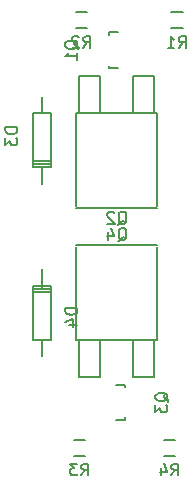
<source format=gbo>
G04 #@! TF.FileFunction,Legend,Bot*
%FSLAX46Y46*%
G04 Gerber Fmt 4.6, Leading zero omitted, Abs format (unit mm)*
G04 Created by KiCad (PCBNEW 4.0.1-stable) date Friday, 17 June 2016 'pmt' 14:47:11*
%MOMM*%
G01*
G04 APERTURE LIST*
%ADD10C,0.100000*%
%ADD11C,0.150000*%
G04 APERTURE END LIST*
D10*
D11*
X170850000Y-59015000D02*
X169850000Y-59015000D01*
X169850000Y-60365000D02*
X170850000Y-60365000D01*
X167005000Y-67564000D02*
X167005000Y-66167000D01*
X167005000Y-72009000D02*
X167005000Y-73533000D01*
X167767000Y-71628000D02*
X166243000Y-71628000D01*
X167767000Y-71882000D02*
X166243000Y-71882000D01*
X167005000Y-72136000D02*
X166243000Y-72136000D01*
X166243000Y-72136000D02*
X166243000Y-67564000D01*
X166243000Y-67564000D02*
X167767000Y-67564000D01*
X167767000Y-67564000D02*
X167767000Y-72136000D01*
X167767000Y-72136000D02*
X167005000Y-72136000D01*
X167005000Y-86741000D02*
X167005000Y-88138000D01*
X167005000Y-82296000D02*
X167005000Y-80772000D01*
X166243000Y-82677000D02*
X167767000Y-82677000D01*
X166243000Y-82423000D02*
X167767000Y-82423000D01*
X167005000Y-82169000D02*
X167767000Y-82169000D01*
X167767000Y-82169000D02*
X167767000Y-86741000D01*
X167767000Y-86741000D02*
X166243000Y-86741000D01*
X166243000Y-86741000D02*
X166243000Y-82169000D01*
X166243000Y-82169000D02*
X167005000Y-82169000D01*
X173405800Y-60730180D02*
X172704760Y-60730180D01*
X172704760Y-60730180D02*
X172704760Y-60979100D01*
X172704760Y-63529160D02*
X172704760Y-63729820D01*
X172704760Y-63729820D02*
X173405800Y-63729820D01*
X174752000Y-67564000D02*
X174752000Y-64389000D01*
X174752000Y-64389000D02*
X176530000Y-64389000D01*
X176530000Y-64389000D02*
X176530000Y-67564000D01*
X170180000Y-67564000D02*
X170180000Y-64389000D01*
X170180000Y-64389000D02*
X171958000Y-64389000D01*
X171958000Y-64389000D02*
X171958000Y-67564000D01*
X176784000Y-73660000D02*
X176784000Y-67564000D01*
X176784000Y-67564000D02*
X169926000Y-67564000D01*
X169926000Y-67564000D02*
X169926000Y-75438000D01*
X169926000Y-75565000D02*
X176784000Y-75565000D01*
X176784000Y-75438000D02*
X176784000Y-73660000D01*
X173304200Y-93574820D02*
X174005240Y-93574820D01*
X174005240Y-93574820D02*
X174005240Y-93325900D01*
X174005240Y-90775840D02*
X174005240Y-90575180D01*
X174005240Y-90575180D02*
X173304200Y-90575180D01*
X171958000Y-86741000D02*
X171958000Y-89916000D01*
X171958000Y-89916000D02*
X170180000Y-89916000D01*
X170180000Y-89916000D02*
X170180000Y-86741000D01*
X176530000Y-86741000D02*
X176530000Y-89916000D01*
X176530000Y-89916000D02*
X174752000Y-89916000D01*
X174752000Y-89916000D02*
X174752000Y-86741000D01*
X169926000Y-80645000D02*
X169926000Y-86741000D01*
X169926000Y-86741000D02*
X176784000Y-86741000D01*
X176784000Y-86741000D02*
X176784000Y-78867000D01*
X176784000Y-78740000D02*
X169926000Y-78740000D01*
X169926000Y-78867000D02*
X169926000Y-80645000D01*
X178935000Y-59015000D02*
X177935000Y-59015000D01*
X177935000Y-60365000D02*
X178935000Y-60365000D01*
X170680000Y-95210000D02*
X169680000Y-95210000D01*
X169680000Y-96560000D02*
X170680000Y-96560000D01*
X178300000Y-95210000D02*
X177300000Y-95210000D01*
X177300000Y-96560000D02*
X178300000Y-96560000D01*
X170516666Y-62042381D02*
X170850000Y-61566190D01*
X171088095Y-62042381D02*
X171088095Y-61042381D01*
X170707142Y-61042381D01*
X170611904Y-61090000D01*
X170564285Y-61137619D01*
X170516666Y-61232857D01*
X170516666Y-61375714D01*
X170564285Y-61470952D01*
X170611904Y-61518571D01*
X170707142Y-61566190D01*
X171088095Y-61566190D01*
X170135714Y-61137619D02*
X170088095Y-61090000D01*
X169992857Y-61042381D01*
X169754761Y-61042381D01*
X169659523Y-61090000D01*
X169611904Y-61137619D01*
X169564285Y-61232857D01*
X169564285Y-61328095D01*
X169611904Y-61470952D01*
X170183333Y-62042381D01*
X169564285Y-62042381D01*
X164917381Y-68761905D02*
X163917381Y-68761905D01*
X163917381Y-69000000D01*
X163965000Y-69142858D01*
X164060238Y-69238096D01*
X164155476Y-69285715D01*
X164345952Y-69333334D01*
X164488810Y-69333334D01*
X164679286Y-69285715D01*
X164774524Y-69238096D01*
X164869762Y-69142858D01*
X164917381Y-69000000D01*
X164917381Y-68761905D01*
X163917381Y-69666667D02*
X163917381Y-70285715D01*
X164298333Y-69952381D01*
X164298333Y-70095239D01*
X164345952Y-70190477D01*
X164393571Y-70238096D01*
X164488810Y-70285715D01*
X164726905Y-70285715D01*
X164822143Y-70238096D01*
X164869762Y-70190477D01*
X164917381Y-70095239D01*
X164917381Y-69809524D01*
X164869762Y-69714286D01*
X164822143Y-69666667D01*
X169997381Y-84066905D02*
X168997381Y-84066905D01*
X168997381Y-84305000D01*
X169045000Y-84447858D01*
X169140238Y-84543096D01*
X169235476Y-84590715D01*
X169425952Y-84638334D01*
X169568810Y-84638334D01*
X169759286Y-84590715D01*
X169854524Y-84543096D01*
X169949762Y-84447858D01*
X169997381Y-84305000D01*
X169997381Y-84066905D01*
X169330714Y-85495477D02*
X169997381Y-85495477D01*
X168949762Y-85257381D02*
X169664048Y-85019286D01*
X169664048Y-85638334D01*
X170092619Y-62134762D02*
X170045000Y-62039524D01*
X169949762Y-61944286D01*
X169806905Y-61801429D01*
X169759286Y-61706190D01*
X169759286Y-61610952D01*
X169997381Y-61658571D02*
X169949762Y-61563333D01*
X169854524Y-61468095D01*
X169664048Y-61420476D01*
X169330714Y-61420476D01*
X169140238Y-61468095D01*
X169045000Y-61563333D01*
X168997381Y-61658571D01*
X168997381Y-61849048D01*
X169045000Y-61944286D01*
X169140238Y-62039524D01*
X169330714Y-62087143D01*
X169664048Y-62087143D01*
X169854524Y-62039524D01*
X169949762Y-61944286D01*
X169997381Y-61849048D01*
X169997381Y-61658571D01*
X169997381Y-63039524D02*
X169997381Y-62468095D01*
X169997381Y-62753809D02*
X168997381Y-62753809D01*
X169140238Y-62658571D01*
X169235476Y-62563333D01*
X169283095Y-62468095D01*
X173450238Y-77001619D02*
X173545476Y-76954000D01*
X173640714Y-76858762D01*
X173783571Y-76715905D01*
X173878810Y-76668286D01*
X173974048Y-76668286D01*
X173926429Y-76906381D02*
X174021667Y-76858762D01*
X174116905Y-76763524D01*
X174164524Y-76573048D01*
X174164524Y-76239714D01*
X174116905Y-76049238D01*
X174021667Y-75954000D01*
X173926429Y-75906381D01*
X173735952Y-75906381D01*
X173640714Y-75954000D01*
X173545476Y-76049238D01*
X173497857Y-76239714D01*
X173497857Y-76573048D01*
X173545476Y-76763524D01*
X173640714Y-76858762D01*
X173735952Y-76906381D01*
X173926429Y-76906381D01*
X173116905Y-76001619D02*
X173069286Y-75954000D01*
X172974048Y-75906381D01*
X172735952Y-75906381D01*
X172640714Y-75954000D01*
X172593095Y-76001619D01*
X172545476Y-76096857D01*
X172545476Y-76192095D01*
X172593095Y-76334952D01*
X173164524Y-76906381D01*
X172545476Y-76906381D01*
X177712619Y-91979762D02*
X177665000Y-91884524D01*
X177569762Y-91789286D01*
X177426905Y-91646429D01*
X177379286Y-91551190D01*
X177379286Y-91455952D01*
X177617381Y-91503571D02*
X177569762Y-91408333D01*
X177474524Y-91313095D01*
X177284048Y-91265476D01*
X176950714Y-91265476D01*
X176760238Y-91313095D01*
X176665000Y-91408333D01*
X176617381Y-91503571D01*
X176617381Y-91694048D01*
X176665000Y-91789286D01*
X176760238Y-91884524D01*
X176950714Y-91932143D01*
X177284048Y-91932143D01*
X177474524Y-91884524D01*
X177569762Y-91789286D01*
X177617381Y-91694048D01*
X177617381Y-91503571D01*
X176617381Y-92265476D02*
X176617381Y-92884524D01*
X176998333Y-92551190D01*
X176998333Y-92694048D01*
X177045952Y-92789286D01*
X177093571Y-92836905D01*
X177188810Y-92884524D01*
X177426905Y-92884524D01*
X177522143Y-92836905D01*
X177569762Y-92789286D01*
X177617381Y-92694048D01*
X177617381Y-92408333D01*
X177569762Y-92313095D01*
X177522143Y-92265476D01*
X173450238Y-78398619D02*
X173545476Y-78351000D01*
X173640714Y-78255762D01*
X173783571Y-78112905D01*
X173878810Y-78065286D01*
X173974048Y-78065286D01*
X173926429Y-78303381D02*
X174021667Y-78255762D01*
X174116905Y-78160524D01*
X174164524Y-77970048D01*
X174164524Y-77636714D01*
X174116905Y-77446238D01*
X174021667Y-77351000D01*
X173926429Y-77303381D01*
X173735952Y-77303381D01*
X173640714Y-77351000D01*
X173545476Y-77446238D01*
X173497857Y-77636714D01*
X173497857Y-77970048D01*
X173545476Y-78160524D01*
X173640714Y-78255762D01*
X173735952Y-78303381D01*
X173926429Y-78303381D01*
X172640714Y-77636714D02*
X172640714Y-78303381D01*
X172878810Y-77255762D02*
X173116905Y-77970048D01*
X172497857Y-77970048D01*
X178601666Y-62042381D02*
X178935000Y-61566190D01*
X179173095Y-62042381D02*
X179173095Y-61042381D01*
X178792142Y-61042381D01*
X178696904Y-61090000D01*
X178649285Y-61137619D01*
X178601666Y-61232857D01*
X178601666Y-61375714D01*
X178649285Y-61470952D01*
X178696904Y-61518571D01*
X178792142Y-61566190D01*
X179173095Y-61566190D01*
X177649285Y-62042381D02*
X178220714Y-62042381D01*
X177935000Y-62042381D02*
X177935000Y-61042381D01*
X178030238Y-61185238D01*
X178125476Y-61280476D01*
X178220714Y-61328095D01*
X170346666Y-98237381D02*
X170680000Y-97761190D01*
X170918095Y-98237381D02*
X170918095Y-97237381D01*
X170537142Y-97237381D01*
X170441904Y-97285000D01*
X170394285Y-97332619D01*
X170346666Y-97427857D01*
X170346666Y-97570714D01*
X170394285Y-97665952D01*
X170441904Y-97713571D01*
X170537142Y-97761190D01*
X170918095Y-97761190D01*
X170013333Y-97237381D02*
X169394285Y-97237381D01*
X169727619Y-97618333D01*
X169584761Y-97618333D01*
X169489523Y-97665952D01*
X169441904Y-97713571D01*
X169394285Y-97808810D01*
X169394285Y-98046905D01*
X169441904Y-98142143D01*
X169489523Y-98189762D01*
X169584761Y-98237381D01*
X169870476Y-98237381D01*
X169965714Y-98189762D01*
X170013333Y-98142143D01*
X177966666Y-98237381D02*
X178300000Y-97761190D01*
X178538095Y-98237381D02*
X178538095Y-97237381D01*
X178157142Y-97237381D01*
X178061904Y-97285000D01*
X178014285Y-97332619D01*
X177966666Y-97427857D01*
X177966666Y-97570714D01*
X178014285Y-97665952D01*
X178061904Y-97713571D01*
X178157142Y-97761190D01*
X178538095Y-97761190D01*
X177109523Y-97570714D02*
X177109523Y-98237381D01*
X177347619Y-97189762D02*
X177585714Y-97904048D01*
X176966666Y-97904048D01*
M02*

</source>
